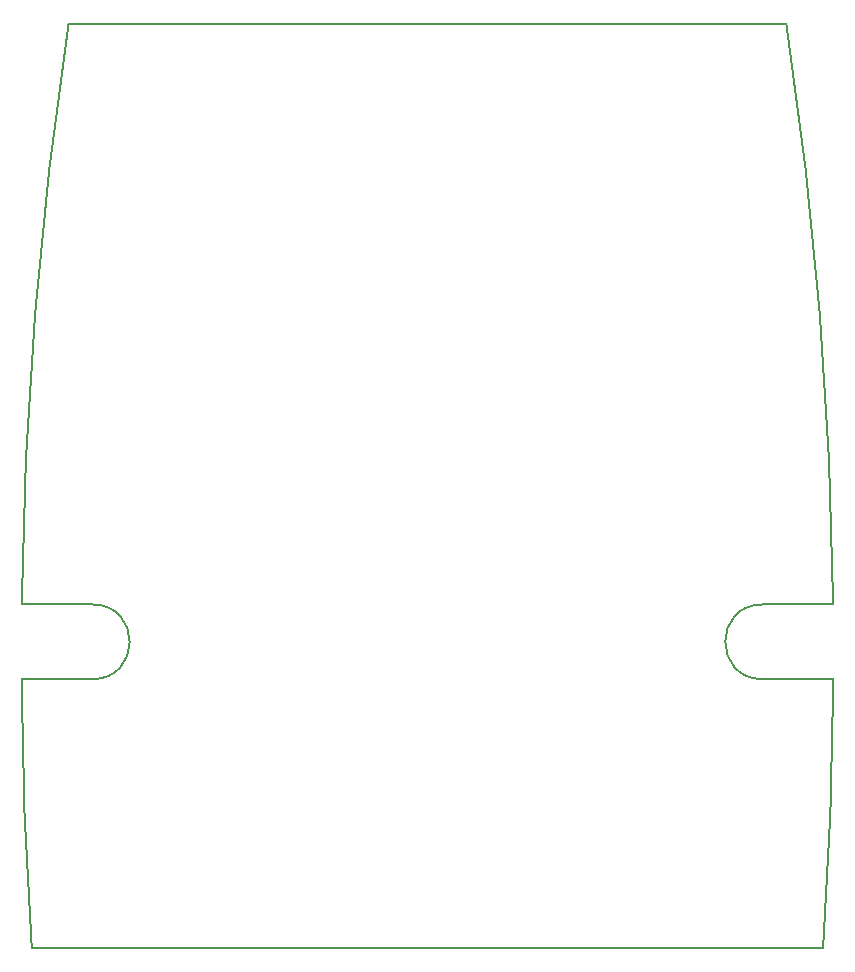
<source format=gbr>
%TF.GenerationSoftware,KiCad,Pcbnew,(5.1.5)-3*%
%TF.CreationDate,2020-08-07T17:04:35+02:00*%
%TF.ProjectId,continuity,636f6e74-696e-4756-9974-792e6b696361,rev?*%
%TF.SameCoordinates,Original*%
%TF.FileFunction,Profile,NP*%
%FSLAX46Y46*%
G04 Gerber Fmt 4.6, Leading zero omitted, Abs format (unit mm)*
G04 Created by KiCad (PCBNEW (5.1.5)-3) date 2020-08-07 17:04:35*
%MOMM*%
%LPD*%
G04 APERTURE LIST*
%ADD10C,0.200000*%
G04 APERTURE END LIST*
D10*
X90103018Y-26295459D02*
G75*
G02X94063880Y-75414812I-353360682J-53213497D01*
G01*
X88088239Y-81740235D02*
G75*
G02X88088265Y-75414787I13J3162724D01*
G01*
X88088265Y-75414787D02*
X94063880Y-75414812D01*
X94080368Y-81740261D02*
X88088239Y-81740236D01*
X26214025Y-104476329D02*
X93214024Y-104476608D01*
X25364411Y-75414525D02*
X31340026Y-75414550D01*
X31340026Y-75414550D02*
G75*
G02X31340000Y-81740000I-13J-3162725D01*
G01*
X25364410Y-75414526D02*
G75*
G02X29325682Y-26295206I357321511J-4097120D01*
G01*
X90103018Y-26295459D02*
X29325682Y-26295206D01*
X94080369Y-81740261D02*
G75*
G02X93214024Y-104476608I-357338033J2231305D01*
G01*
X26214025Y-104476329D02*
G75*
G02X25347870Y-81739975I356471896J24964683D01*
G01*
X31340000Y-81740000D02*
X25347870Y-81739975D01*
M02*

</source>
